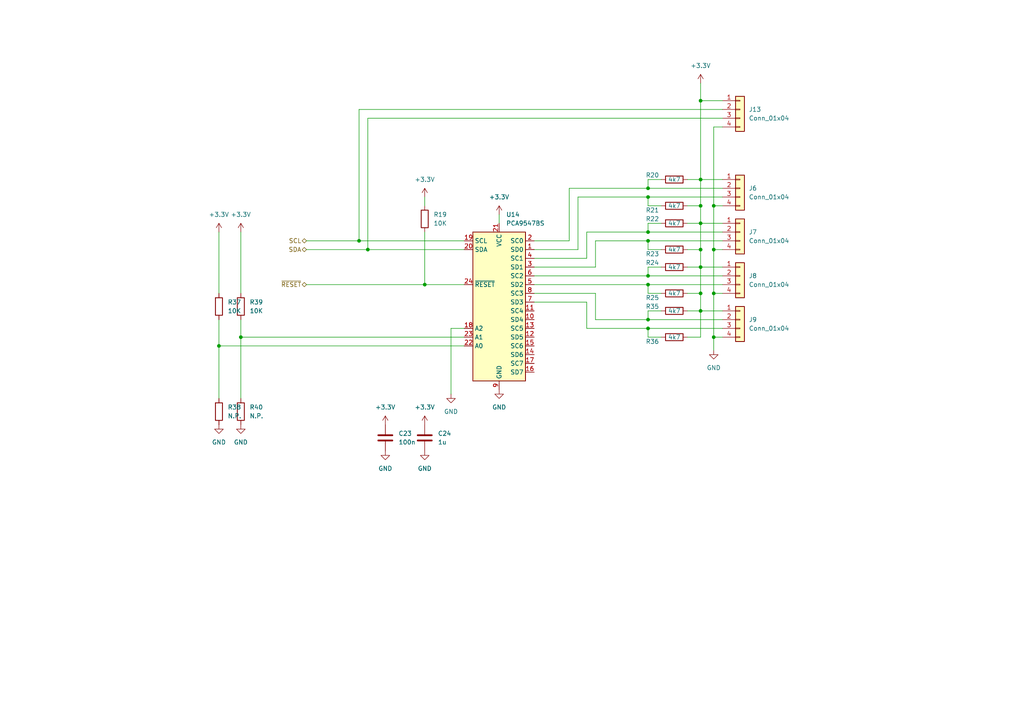
<source format=kicad_sch>
(kicad_sch (version 20211123) (generator eeschema)
  (paper "A4")
  (lib_symbols
    (symbol "Connector_Generic:Conn_01x04" (pin_names (offset 1.016) hide)
      (property "Reference" "J" (at 0 5.08 0))
      (property "Value" "Conn_01x04" (at 0 -7.62 0))
      (symbol "Conn_01x04_1_1"
        (rectangle (start -1.27 -4.953) (end 0 -5.207) (stroke (width 0.1524)))
        (rectangle (start -1.27 -2.413) (end 0 -2.667) (stroke (width 0.1524)))
        (rectangle (start -1.27 0.127) (end 0 -0.127) (stroke (width 0.1524)))
        (rectangle (start -1.27 2.667) (end 0 2.413) (stroke (width 0.1524)))
        (rectangle (start -1.27 3.81) (end 1.27 -6.35) (stroke (width 0.254)) (fill (type background)))
        (pin passive line (at -5.08 2.54 0) (length 3.81) (name "Pin_1") (number "1"))
        (pin passive line (at -5.08 0 0) (length 3.81) (name "Pin_2") (number "2"))
        (pin passive line (at -5.08 -2.54 0) (length 3.81) (name "Pin_3") (number "3"))
        (pin passive line (at -5.08 -5.08 0) (length 3.81) (name "Pin_4") (number "4"))
      )
    )
    (symbol "Device:C" (pin_numbers hide) (pin_names (offset 0.254))
      (property "Reference" "C" (at 0.635 2.54 0))
      (property "Value" "C" (at 0.635 -2.54 0))
      (symbol "C_0_1"
        (polyline (pts (xy -2.032 -0.762) (xy 2.032 -0.762)) (stroke (width 0.508)))
        (polyline (pts (xy -2.032 0.762) (xy 2.032 0.762)) (stroke (width 0.508)))
      )
      (symbol "C_1_1"
        (pin passive line (at 0 3.81 270) (length 2.794) (name "~") (number "1"))
        (pin passive line (at 0 -3.81 90) (length 2.794) (name "~") (number "2"))
      )
    )
    (symbol "Device:R" (pin_numbers hide) (pin_names (offset 0))
      (property "Reference" "R" (at 2.032 0 90))
      (property "Value" "R" (at 0 0 90))
      (symbol "R_0_1"
        (rectangle (start -1.016 -2.54) (end 1.016 2.54) (stroke (width 0.254)))
      )
      (symbol "R_1_1"
        (pin passive line (at 0 3.81 270) (length 1.27) (name "~") (number "1"))
        (pin passive line (at 0 -3.81 90) (length 1.27) (name "~") (number "2"))
      )
    )
    (symbol "Interface_Expansion:PCA9547BS"
      (property "Reference" "U" (at -7.62 21.59 0))
      (property "Value" "PCA9547BS" (at 1.016 21.59 0))
      (symbol "PCA9547BS_0_1"
        (rectangle (start -7.62 20.32) (end 7.62 -22.86) (stroke (width 0.254)) (fill (type background)))
      )
      (symbol "PCA9547BS_1_1"
        (pin bidirectional line (at 10.16 15.24 180) (length 2.54) (name "SD0") (number "1"))
        (pin bidirectional line (at 10.16 -5.08 180) (length 2.54) (name "SD4") (number "10"))
        (pin output line (at 10.16 -2.54 180) (length 2.54) (name "SC4") (number "11"))
        (pin bidirectional line (at 10.16 -10.16 180) (length 2.54) (name "SD5") (number "12"))
        (pin output line (at 10.16 -7.62 180) (length 2.54) (name "SC5") (number "13"))
        (pin bidirectional line (at 10.16 -15.24 180) (length 2.54) (name "SD6") (number "14"))
        (pin output line (at 10.16 -12.7 180) (length 2.54) (name "SC6") (number "15"))
        (pin bidirectional line (at 10.16 -20.32 180) (length 2.54) (name "SD7") (number "16"))
        (pin output line (at 10.16 -17.78 180) (length 2.54) (name "SC7") (number "17"))
        (pin input line (at -10.16 -7.62 0) (length 2.54) (name "A2") (number "18"))
        (pin input line (at -10.16 17.78 0) (length 2.54) (name "SCL") (number "19"))
        (pin output line (at 10.16 17.78 180) (length 2.54) (name "SC0") (number "2"))
        (pin bidirectional line (at -10.16 15.24 0) (length 2.54) (name "SDA") (number "20"))
        (pin power_in line (at 0 22.86 270) (length 2.54) (name "VCC") (number "21"))
        (pin input line (at -10.16 -12.7 0) (length 2.54) (name "A0") (number "22"))
        (pin input line (at -10.16 -10.16 0) (length 2.54) (name "A1") (number "23"))
        (pin input line (at -10.16 5.08 0) (length 2.54) (name "~{RESET}") (number "24"))
        (pin passive line (at 0 -25.4 90) (length 2.54) hide (name "GND") (number "25"))
        (pin bidirectional line (at 10.16 10.16 180) (length 2.54) (name "SD1") (number "3"))
        (pin output line (at 10.16 12.7 180) (length 2.54) (name "SC1") (number "4"))
        (pin bidirectional line (at 10.16 5.08 180) (length 2.54) (name "SD2") (number "5"))
        (pin output line (at 10.16 7.62 180) (length 2.54) (name "SC2") (number "6"))
        (pin bidirectional line (at 10.16 0 180) (length 2.54) (name "SD3") (number "7"))
        (pin output line (at 10.16 2.54 180) (length 2.54) (name "SC3") (number "8"))
        (pin power_in line (at 0 -25.4 90) (length 2.54) (name "GND") (number "9"))
      )
    )
    (symbol "power:+3.3V" (power) (pin_names (offset 0))
      (property "Value" "+3.3V" (at 0 3.556 0))
      (symbol "+3.3V_0_1"
        (polyline (pts (xy -0.762 1.27) (xy 0 2.54)))
        (polyline (pts (xy 0 0) (xy 0 2.54)))
        (polyline (pts (xy 0 2.54) (xy 0.762 1.27)))
      )
      (symbol "+3.3V_1_1"
        (pin power_in line (at 0 0 90) (length 0) hide (name "+3.3V") (number "1"))
      )
    )
    (symbol "power:GND" (power) (pin_names (offset 0))
      (property "Value" "GND" (at 0 -3.81 0))
      (symbol "GND_0_1"
        (polyline (pts (xy 0 0) (xy 0 -1.27) (xy 1.27 -1.27) (xy 0 -2.54) (xy -1.27 -1.27) (xy 0 -1.27)))
      )
      (symbol "GND_1_1"
        (pin power_in line (at 0 0 270) (length 0) hide (name "GND") (number "1"))
      )
    )
  )
  (junction (at 203.2 52.07))
  (junction (at 203.2 72.39))
  (junction (at 203.2 29.21))
  (junction (at 187.96 69.85))
  (junction (at 207.01 85.09))
  (junction (at 203.2 77.47))
  (junction (at 187.96 67.31))
  (junction (at 203.2 59.69))
  (junction (at 187.96 95.25))
  (junction (at 203.2 85.09))
  (junction (at 187.96 57.15))
  (junction (at 187.96 82.55))
  (junction (at 106.68 72.39))
  (junction (at 207.01 97.79))
  (junction (at 207.01 59.69))
  (junction (at 187.96 80.01))
  (junction (at 203.2 90.17))
  (junction (at 187.96 92.71))
  (junction (at 69.85 97.79))
  (junction (at 203.2 64.77))
  (junction (at 104.14 69.85))
  (junction (at 123.19 82.55))
  (junction (at 187.96 54.61))
  (junction (at 63.5 100.33))
  (junction (at 207.01 72.39))
  (wire (pts (xy 170.18 74.93) (xy 170.18 67.31)))
  (wire (pts (xy 191.77 97.79) (xy 187.96 97.79)))
  (wire (pts (xy 199.39 64.77) (xy 203.2 64.77)))
  (wire (pts (xy 106.68 72.39) (xy 134.62 72.39)))
  (wire (pts (xy 209.55 34.29) (xy 106.68 34.29)))
  (wire (pts (xy 203.2 29.21) (xy 203.2 52.07)))
  (wire (pts (xy 154.94 82.55) (xy 187.96 82.55)))
  (wire (pts (xy 191.77 85.09) (xy 187.96 85.09)))
  (wire (pts (xy 187.96 97.79) (xy 187.96 95.25)))
  (wire (pts (xy 203.2 64.77) (xy 203.2 72.39)))
  (wire (pts (xy 187.96 90.17) (xy 187.96 92.71)))
  (wire (pts (xy 154.94 69.85) (xy 165.1 69.85)))
  (wire (pts (xy 191.77 64.77) (xy 187.96 64.77)))
  (wire (pts (xy 165.1 54.61) (xy 165.1 69.85)))
  (wire (pts (xy 187.96 77.47) (xy 187.96 80.01)))
  (wire (pts (xy 191.77 72.39) (xy 187.96 72.39)))
  (wire (pts (xy 130.81 95.25) (xy 134.62 95.25)))
  (wire (pts (xy 191.77 59.69) (xy 187.96 59.69)))
  (wire (pts (xy 207.01 72.39) (xy 207.01 85.09)))
  (wire (pts (xy 199.39 59.69) (xy 203.2 59.69)))
  (wire (pts (xy 154.94 80.01) (xy 187.96 80.01)))
  (wire (pts (xy 203.2 72.39) (xy 203.2 77.47)))
  (wire (pts (xy 203.2 29.21) (xy 209.55 29.21)))
  (wire (pts (xy 209.55 57.15) (xy 187.96 57.15)))
  (wire (pts (xy 199.39 85.09) (xy 203.2 85.09)))
  (wire (pts (xy 69.85 67.31) (xy 69.85 85.09)))
  (wire (pts (xy 203.2 90.17) (xy 209.55 90.17)))
  (wire (pts (xy 154.94 72.39) (xy 167.64 72.39)))
  (wire (pts (xy 191.77 77.47) (xy 187.96 77.47)))
  (wire (pts (xy 106.68 34.29) (xy 106.68 72.39)))
  (wire (pts (xy 203.2 77.47) (xy 209.55 77.47)))
  (wire (pts (xy 167.64 57.15) (xy 167.64 72.39)))
  (wire (pts (xy 170.18 87.63) (xy 170.18 95.25)))
  (wire (pts (xy 154.94 74.93) (xy 170.18 74.93)))
  (wire (pts (xy 187.96 92.71) (xy 209.55 92.71)))
  (wire (pts (xy 187.96 67.31) (xy 209.55 67.31)))
  (wire (pts (xy 209.55 52.07) (xy 203.2 52.07)))
  (wire (pts (xy 154.94 85.09) (xy 172.72 85.09)))
  (wire (pts (xy 88.9 82.55) (xy 123.19 82.55)))
  (wire (pts (xy 69.85 97.79) (xy 134.62 97.79)))
  (wire (pts (xy 172.72 85.09) (xy 172.72 92.71)))
  (wire (pts (xy 199.39 72.39) (xy 203.2 72.39)))
  (wire (pts (xy 165.1 54.61) (xy 187.96 54.61)))
  (wire (pts (xy 203.2 64.77) (xy 209.55 64.77)))
  (wire (pts (xy 199.39 97.79) (xy 203.2 97.79)))
  (wire (pts (xy 203.2 77.47) (xy 203.2 85.09)))
  (wire (pts (xy 187.96 54.61) (xy 209.55 54.61)))
  (wire (pts (xy 170.18 67.31) (xy 187.96 67.31)))
  (wire (pts (xy 187.96 64.77) (xy 187.96 67.31)))
  (wire (pts (xy 191.77 90.17) (xy 187.96 90.17)))
  (wire (pts (xy 199.39 52.07) (xy 203.2 52.07)))
  (wire (pts (xy 63.5 85.09) (xy 63.5 67.31)))
  (wire (pts (xy 69.85 97.79) (xy 69.85 115.57)))
  (wire (pts (xy 172.72 69.85) (xy 172.72 77.47)))
  (wire (pts (xy 209.55 59.69) (xy 207.01 59.69)))
  (wire (pts (xy 154.94 87.63) (xy 170.18 87.63)))
  (wire (pts (xy 199.39 90.17) (xy 203.2 90.17)))
  (wire (pts (xy 187.96 80.01) (xy 209.55 80.01)))
  (wire (pts (xy 207.01 85.09) (xy 207.01 97.79)))
  (wire (pts (xy 63.5 92.71) (xy 63.5 100.33)))
  (wire (pts (xy 207.01 36.83) (xy 207.01 59.69)))
  (wire (pts (xy 123.19 57.15) (xy 123.19 59.69)))
  (wire (pts (xy 203.2 90.17) (xy 203.2 97.79)))
  (wire (pts (xy 187.96 57.15) (xy 167.64 57.15)))
  (wire (pts (xy 199.39 77.47) (xy 203.2 77.47)))
  (wire (pts (xy 187.96 95.25) (xy 209.55 95.25)))
  (wire (pts (xy 88.9 72.39) (xy 106.68 72.39)))
  (wire (pts (xy 123.19 82.55) (xy 134.62 82.55)))
  (wire (pts (xy 203.2 24.13) (xy 203.2 29.21)))
  (wire (pts (xy 123.19 67.31) (xy 123.19 82.55)))
  (wire (pts (xy 63.5 100.33) (xy 134.62 100.33)))
  (wire (pts (xy 104.14 69.85) (xy 134.62 69.85)))
  (wire (pts (xy 207.01 72.39) (xy 209.55 72.39)))
  (wire (pts (xy 144.78 62.23) (xy 144.78 64.77)))
  (wire (pts (xy 172.72 69.85) (xy 187.96 69.85)))
  (wire (pts (xy 172.72 92.71) (xy 187.96 92.71)))
  (wire (pts (xy 187.96 69.85) (xy 209.55 69.85)))
  (wire (pts (xy 203.2 59.69) (xy 203.2 64.77)))
  (wire (pts (xy 187.96 52.07) (xy 187.96 54.61)))
  (wire (pts (xy 130.81 114.3) (xy 130.81 95.25)))
  (wire (pts (xy 88.9 69.85) (xy 104.14 69.85)))
  (wire (pts (xy 187.96 85.09) (xy 187.96 82.55)))
  (wire (pts (xy 207.01 85.09) (xy 209.55 85.09)))
  (wire (pts (xy 209.55 31.75) (xy 104.14 31.75)))
  (wire (pts (xy 187.96 59.69) (xy 187.96 57.15)))
  (wire (pts (xy 104.14 31.75) (xy 104.14 69.85)))
  (wire (pts (xy 191.77 52.07) (xy 187.96 52.07)))
  (wire (pts (xy 203.2 85.09) (xy 203.2 90.17)))
  (wire (pts (xy 63.5 100.33) (xy 63.5 115.57)))
  (wire (pts (xy 187.96 72.39) (xy 187.96 69.85)))
  (wire (pts (xy 172.72 77.47) (xy 154.94 77.47)))
  (wire (pts (xy 207.01 97.79) (xy 209.55 97.79)))
  (wire (pts (xy 69.85 92.71) (xy 69.85 97.79)))
  (wire (pts (xy 209.55 36.83) (xy 207.01 36.83)))
  (wire (pts (xy 207.01 97.79) (xy 207.01 101.6)))
  (wire (pts (xy 207.01 59.69) (xy 207.01 72.39)))
  (wire (pts (xy 203.2 52.07) (xy 203.2 59.69)))
  (wire (pts (xy 170.18 95.25) (xy 187.96 95.25)))
  (wire (pts (xy 187.96 82.55) (xy 209.55 82.55)))
  (hierarchical_label "SCL" (shape bidirectional) (at 88.9 69.85 180))
  (hierarchical_label "~{RESET}" (shape bidirectional) (at 88.9 82.55 180))
  (hierarchical_label "SDA" (shape bidirectional) (at 88.9 72.39 180))
  (symbol (lib_id "Device:R") (at 195.58 52.07 90) (unit 1)
    (property "Reference" "R20" (at 189.23 50.8 90))
    (property "Value" "4k7" (at 195.58 52.07 90))
    (property "Footprint" "Resistor_SMD:R_0603_1608Metric" (effects hide))
  )
  (symbol (lib_id "Device:C") (at 123.19 127 0) (unit 1)
    (property "Reference" "C24" (at 127 125.7299 0) (effects (justify left)))
    (property "Value" "1u" (at 127 128.2699 0) (effects (justify left)))
    (property "Footprint" "Capacitor_SMD:C_0603_1608Metric" (effects hide))
  )
  (symbol (lib_id "Device:R") (at 195.58 77.47 90) (unit 1)
    (property "Reference" "R24" (at 189.23 76.2 90))
    (property "Value" "4k7" (at 195.58 77.47 90))
    (property "Footprint" "Resistor_SMD:R_0603_1608Metric" (effects hide))
  )
  (symbol (lib_id "Device:R") (at 69.85 88.9 0) (unit 1)
    (property "Reference" "R39" (at 72.39 87.6299 0) (effects (justify left)))
    (property "Value" "10K" (at 72.39 90.1699 0) (effects (justify left)))
    (property "Footprint" "Resistor_SMD:R_0402_1005Metric" (effects hide))
  )
  (symbol (lib_id "Device:R") (at 63.5 88.9 0) (unit 1)
    (property "Reference" "R37" (at 66.04 87.6299 0) (effects (justify left)))
    (property "Value" "10K" (at 66.04 90.1699 0) (effects (justify left)))
    (property "Footprint" "Resistor_SMD:R_0402_1005Metric" (effects hide))
  )
  (symbol (lib_id "power:GND") (at 69.85 123.19 0) (unit 1)
    (property "Reference" "#PWR069" (effects hide))
    (property "Value" "GND" (at 69.85 128.27 0))
  )
  (symbol (lib_id "power:+3.3V") (at 203.2 24.13 0) (unit 1)
    (property "Reference" "#PWR039" (effects hide))
    (property "Value" "+3.3V" (at 203.2 19.05 0))
  )
  (symbol (lib_id "power:GND") (at 123.19 130.81 0) (unit 1)
    (property "Reference" "#PWR036" (effects hide))
    (property "Value" "GND" (at 123.19 135.89 0))
  )
  (symbol (lib_id "Device:C") (at 111.76 127 0) (unit 1)
    (property "Reference" "C23" (at 115.57 125.7299 0) (effects (justify left)))
    (property "Value" "100n" (at 115.57 128.2699 0) (effects (justify left)))
    (property "Footprint" "Capacitor_SMD:C_0603_1608Metric" (effects hide))
  )
  (symbol (lib_id "power:GND") (at 207.01 101.6 0) (unit 1)
    (property "Reference" "#PWR040" (effects hide))
    (property "Value" "GND" (at 207.01 106.68 0))
  )
  (symbol (lib_id "power:+3.3V") (at 123.19 57.15 0) (unit 1)
    (property "Reference" "#PWR065" (effects hide))
    (property "Value" "+3.3V" (at 123.19 52.07 0))
  )
  (symbol (lib_id "power:+3.3V") (at 144.78 62.23 0) (unit 1)
    (property "Reference" "#PWR037" (effects hide))
    (property "Value" "+3.3V" (at 144.78 57.15 0))
  )
  (symbol (lib_id "power:+3.3V") (at 63.5 67.31 0) (unit 1)
    (property "Reference" "#PWR066" (effects hide))
    (property "Value" "+3.3V" (at 63.5 62.23 0))
  )
  (symbol (lib_id "Device:R") (at 195.58 59.69 90) (unit 1)
    (property "Reference" "R21" (at 189.23 60.96 90))
    (property "Value" "4k7" (at 195.58 59.69 90))
    (property "Footprint" "Resistor_SMD:R_0603_1608Metric" (effects hide))
  )
  (symbol (lib_id "Device:R") (at 63.5 119.38 0) (unit 1)
    (property "Reference" "R38" (at 66.04 118.1099 0) (effects (justify left)))
    (property "Value" "N.P." (at 66.04 120.6499 0) (effects (justify left)))
    (property "Footprint" "Resistor_SMD:R_0402_1005Metric" (effects hide))
  )
  (symbol (lib_id "Device:R") (at 195.58 97.79 90) (unit 1)
    (property "Reference" "R36" (at 189.23 99.06 90))
    (property "Value" "4k7" (at 195.58 97.79 90))
    (property "Footprint" "Resistor_SMD:R_0603_1608Metric" (effects hide))
  )
  (symbol (lib_id "power:+3.3V") (at 69.85 67.31 0) (unit 1)
    (property "Reference" "#PWR068" (effects hide))
    (property "Value" "+3.3V" (at 69.85 62.23 0))
  )
  (symbol (lib_id "Device:R") (at 195.58 90.17 90) (unit 1)
    (property "Reference" "R35" (at 189.23 88.9 90))
    (property "Value" "4k7" (at 195.58 90.17 90))
    (property "Footprint" "Resistor_SMD:R_0603_1608Metric" (effects hide))
  )
  (symbol (lib_id "power:+3.3V") (at 111.76 123.19 0) (unit 1)
    (property "Reference" "#PWR033" (effects hide))
    (property "Value" "+3.3V" (at 111.76 118.11 0))
  )
  (symbol (lib_id "Connector_Generic:Conn_01x04") (at 214.63 67.31 0) (unit 1)
    (property "Reference" "J7" (at 217.17 67.3099 0) (effects (justify left)))
    (property "Value" "Conn_01x04" (at 217.17 69.8499 0) (effects (justify left)))
    (property "Footprint" "Connector_JST:JST_XA_B04B-XASK-1-A_1x04_P2.50mm_Vertical" (effects hide))
  )
  (symbol (lib_id "Device:R") (at 195.58 72.39 90) (unit 1)
    (property "Reference" "R23" (at 189.23 73.66 90))
    (property "Value" "4k7" (at 195.58 72.39 90))
    (property "Footprint" "Resistor_SMD:R_0603_1608Metric" (effects hide))
  )
  (symbol (lib_id "Connector_Generic:Conn_01x04") (at 214.63 80.01 0) (unit 1)
    (property "Reference" "J8" (at 217.17 80.0099 0) (effects (justify left)))
    (property "Value" "Conn_01x04" (at 217.17 82.5499 0) (effects (justify left)))
    (property "Footprint" "Connector_JST:JST_XA_B04B-XASK-1-A_1x04_P2.50mm_Vertical" (effects hide))
  )
  (symbol (lib_id "Device:R") (at 195.58 85.09 90) (unit 1)
    (property "Reference" "R25" (at 189.23 86.36 90))
    (property "Value" "4k7" (at 195.58 85.09 90))
    (property "Footprint" "Resistor_SMD:R_0603_1608Metric" (effects hide))
  )
  (symbol (lib_id "Interface_Expansion:PCA9547BS") (at 144.78 87.63 0) (unit 1)
    (property "Reference" "U14" (at 146.7994 62.23 0) (effects (justify left)))
    (property "Value" "PCA9547BS" (at 146.7994 64.77 0) (effects (justify left)))
    (property "Footprint" "Package_DFN_QFN:HVQFN-24-1EP_4x4mm_P0.5mm_EP2.1x2.1mm" (effects hide))
    (property "Datasheet" "https://www.nxp.com/docs/en/data-sheet/PCA9547.pdf" (effects hide))
  )
  (symbol (lib_id "Connector_Generic:Conn_01x04") (at 214.63 54.61 0) (unit 1)
    (property "Reference" "J6" (at 217.17 54.6099 0) (effects (justify left)))
    (property "Value" "Conn_01x04" (at 217.17 57.1499 0) (effects (justify left)))
    (property "Footprint" "Connector_JST:JST_XA_B04B-XASK-1-A_1x04_P2.50mm_Vertical" (effects hide))
  )
  (symbol (lib_id "Device:R") (at 123.19 63.5 0) (unit 1)
    (property "Reference" "R19" (at 125.73 62.2299 0) (effects (justify left)))
    (property "Value" "10K" (at 125.73 64.7699 0) (effects (justify left)))
    (property "Footprint" "Resistor_SMD:R_0603_1608Metric" (effects hide))
  )
  (symbol (lib_id "Device:R") (at 69.85 119.38 0) (unit 1)
    (property "Reference" "R40" (at 72.39 118.1099 0) (effects (justify left)))
    (property "Value" "N.P." (at 72.39 120.6499 0) (effects (justify left)))
    (property "Footprint" "Resistor_SMD:R_0402_1005Metric" (effects hide))
  )
  (symbol (lib_id "power:GND") (at 63.5 123.19 0) (unit 1)
    (property "Reference" "#PWR067" (effects hide))
    (property "Value" "GND" (at 63.5 128.27 0))
  )
  (symbol (lib_id "Connector_Generic:Conn_01x04") (at 214.63 31.75 0) (unit 1)
    (property "Reference" "J13" (at 217.17 31.7499 0) (effects (justify left)))
    (property "Value" "Conn_01x04" (at 217.17 34.2899 0) (effects (justify left)))
    (property "Footprint" "Connector_JST:JST_XA_B04B-XASK-1-A_1x04_P2.50mm_Vertical" (effects hide))
  )
  (symbol (lib_id "Connector_Generic:Conn_01x04") (at 214.63 92.71 0) (unit 1)
    (property "Reference" "J9" (at 217.17 92.7099 0) (effects (justify left)))
    (property "Value" "Conn_01x04" (at 217.17 95.2499 0) (effects (justify left)))
    (property "Footprint" "Connector_JST:JST_XA_B04B-XASK-1-A_1x04_P2.50mm_Vertical" (effects hide))
  )
  (symbol (lib_id "power:GND") (at 144.78 113.03 0) (unit 1)
    (property "Reference" "#PWR038" (effects hide))
    (property "Value" "GND" (at 144.78 118.11 0))
  )
  (symbol (lib_id "power:GND") (at 111.76 130.81 0) (unit 1)
    (property "Reference" "#PWR034" (effects hide))
    (property "Value" "GND" (at 111.76 135.89 0))
  )
  (symbol (lib_id "power:+3.3V") (at 123.19 123.19 0) (unit 1)
    (property "Reference" "#PWR035" (effects hide))
    (property "Value" "+3.3V" (at 123.19 118.11 0))
  )
  (symbol (lib_id "power:GND") (at 130.81 114.3 0) (unit 1)
    (property "Reference" "#PWR071" (effects hide))
    (property "Value" "GND" (at 130.81 119.38 0))
  )
  (symbol (lib_id "Device:R") (at 195.58 64.77 90) (unit 1)
    (property "Reference" "R22" (at 189.23 63.5 90))
    (property "Value" "4k7" (at 195.58 64.77 90))
    (property "Footprint" "Resistor_SMD:R_0603_1608Metric" (effects hide))
  )
)
</source>
